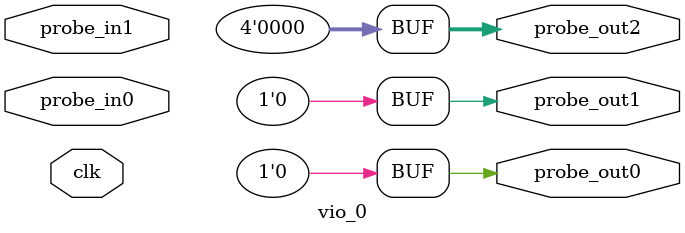
<source format=v>
`timescale 1ns / 1ps
module vio_0 (
clk,
probe_in0,probe_in1,
probe_out0,
probe_out1,
probe_out2
);

input clk;
input [3 : 0] probe_in0;
input [0 : 0] probe_in1;

output reg [0 : 0] probe_out0 = 'h0 ;
output reg [0 : 0] probe_out1 = 'h0 ;
output reg [3 : 0] probe_out2 = 'h0 ;


endmodule

</source>
